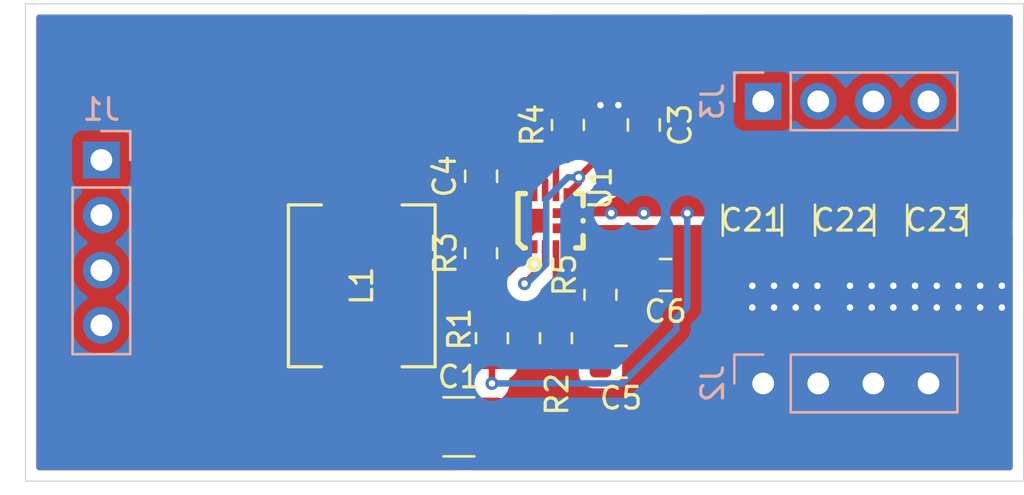
<source format=kicad_pcb>
(kicad_pcb (version 20240108) (generator "pcbnew") (generator_version "8.0")
  (layers (0 "F.Cu" signal) (31 "B.Cu" signal) (34 "B.Paste" user) (35 "F.Paste" user) (36 "B.SilkS" user "B.Silkscreen") (37 "F.SilkS" user "F.Silkscreen") (38 "B.Mask" user) (39 "F.Mask" user) (44 "Edge.Cuts" user))
  (net 0 "")
  (net 1 "VIN")
  (net 2 "Vout")
  (net 3 "Net-(U1-EN)")
  (net 4 "Net-(U1-BOOT)")
  (net 5 "Net-(U1-SW)")
  (net 6 "Net-(C5-Pad2)")
  (net 7 "Net-(U1-COMP)")
  (net 8 "Net-(U1-FB)")
  (net 9 "Net-(U1-FSW)")
  (net 10 "Net-(U1-ILIM)")
  (net 11 "GND")
  (footprint "Capacitor_SMD:C_0805_2012Metric" (layer "F.Cu") (at 70.45 40 180)
    (property "Reference" "C5" (at 0 -1.68 0) (layer "F.SilkS"))
    (property "Value" "4.7nF")
    (fp_line (start -0.261252 0.735) (end 0.261252 0.735) (stroke (width 0.12)) (layer "F.SilkS"))
    (fp_line (start -0.261252 -0.735) (end 0.261252 -0.735) (stroke (width 0.12)) (layer "F.SilkS"))
    (pad "1" smd roundrect (at -0.95 0 180) (size 1 1.45) (layers "F.Cu" "F.Paste" "F.Mask") (net 11 "GND"))
    (pad "2" smd roundrect (at 0.95 0 180) (size 1 1.45) (layers "F.Cu" "F.Paste" "F.Mask") (net 6 "Net-(C5-Pad2)"))
  )
  (footprint "Resistor_SMD:R_0805_2012Metric" (layer "F.Cu") (at 67.45 38.9125 90)
    (property "Reference" "R2" (at -2.5875 0.05 90) (layer "F.SilkS"))
    (property "Value" "100k")
    (fp_line (start -0.227064 -0.735) (end 0.227064 -0.735) (stroke (width 0.12)) (layer "F.SilkS"))
    (fp_line (start -0.227064 0.735) (end 0.227064 0.735) (stroke (width 0.12)) (layer "F.SilkS"))
    (pad "1" smd roundrect (at -0.9125 0 90) (size 1.025 1.4) (layers "F.Cu" "F.Paste" "F.Mask") (roundrect_rratio 0.243902) (net 11 "GND"))
    (pad "2" smd roundrect (at 0.9125 0 90) (size 1.025 1.4) (layers "F.Cu" "F.Paste" "F.Mask") (roundrect_rratio 0.243902) (net 8 "Net-(U1-FB)"))
  )
  (footprint "Capacitor_SMD:C_1210_3225Metric" (layer "F.Cu") (at 62.975 43)
    (property "Reference" "C1" (at 0 -2.3 0) (layer "F.SilkS"))
    (property "Value" "22uF")
    (fp_line (start -0.711252 -1.36) (end 0.711252 -1.36) (stroke (width 0.12)) (layer "F.SilkS"))
    (fp_line (start -0.711252 1.36) (end 0.711252 1.36) (stroke (width 0.12)) (layer "F.SilkS"))
    (pad "1" smd roundrect (at -1.475 0) (size 1.15 2.7) (layers "F.Cu" "F.Paste" "F.Mask") (roundrect_rratio 0.217391) (net 1 "VIN"))
    (pad "2" smd roundrect (at 1.475 0) (size 1.15 2.7) (layers "F.Cu" "F.Paste" "F.Mask") (roundrect_rratio 0.217391) (net 11 "GND"))
  )
  (footprint "Capacitor_SMD:C_1210_3225Metric" (layer "F.Cu") (at 85 33.475 90)
    (property "Reference" "C23" (at 0 0 180) (layer "F.SilkS"))
    (property "Value" "22uF")
    (fp_line (start -0.711252 -1.36) (end 0.711252 -1.36) (stroke (width 0.12)) (layer "F.SilkS"))
    (fp_line (start -0.711252 1.36) (end 0.711252 1.36) (stroke (width 0.12)) (layer "F.SilkS"))
    (pad "1" smd roundrect (at -1.475 0 90) (size 1.15 2.7) (layers "F.Cu" "F.Paste" "F.Mask") (roundrect_rratio 0.217391) (net 11 "GND"))
    (pad "2" smd roundrect (at 1.475 0 90) (size 1.15 2.7) (layers "F.Cu" "F.Paste" "F.Mask") (roundrect_rratio 0.217391) (net 2 "Vout"))
  )
  (footprint "Capacitor_SMD:C_0805_2012Metric" (layer "F.Cu") (at 72.5 36 180)
    (property "Reference" "C6" (at 0 -1.68 0) (layer "F.SilkS"))
    (property "Value" "7.5pF")
    (fp_line (start -0.261252 0.735) (end 0.261252 0.735) (stroke (width 0.12)) (layer "F.SilkS"))
    (fp_line (start -0.261252 -0.735) (end 0.261252 -0.735) (stroke (width 0.12)) (layer "F.SilkS"))
    (pad "1" smd roundrect (at -0.95 0 180) (size 1 1.45) (layers "F.Cu" "F.Paste" "F.Mask") (net 11 "GND"))
    (pad "2" smd roundrect (at 0.95 0 180) (size 1 1.45) (layers "F.Cu" "F.Paste" "F.Mask") (net 7 "Net-(U1-COMP)"))
  )
  (footprint "Capacitor_SMD:C_0805_2012Metric" (layer "F.Cu") (at 64 31.45 90)
    (property "Reference" "C4" (at 0 -1.68 90) (layer "F.SilkS"))
    (property "Value" "0.1uF")
    (fp_line (start -0.261252 -0.735) (end 0.261252 -0.735) (stroke (width 0.12)) (layer "F.SilkS"))
    (fp_line (start -0.261252 0.735) (end 0.261252 0.735) (stroke (width 0.12)) (layer "F.SilkS"))
    (pad "1" smd roundrect (at -0.95 0 90) (size 1 1.45) (layers "F.Cu" "F.Paste" "F.Mask") (net 5 "Net-(U1-SW)"))
    (pad "2" smd roundrect (at 0.95 0 90) (size 1 1.45) (layers "F.Cu" "F.Paste" "F.Mask") (net 4 "Net-(U1-BOOT)"))
  )
  (footprint "Capacitor_SMD:C_0805_2012Metric" (layer "F.Cu") (at 71.5 29.0875 -90)
    (property "Reference" "C3" (at 0 -1.68 90) (layer "F.SilkS"))
    (property "Value" "2.2uF")
    (fp_line (start -0.261252 0.735) (end 0.261252 0.735) (stroke (width 0.12)) (layer "F.SilkS"))
    (fp_line (start -0.261252 -0.735) (end 0.261252 -0.735) (stroke (width 0.12)) (layer "F.SilkS"))
    (pad "1" smd roundrect (at -0.95 0 270) (size 1 1.45) (layers "F.Cu" "F.Paste" "F.Mask") (net 11 "GND"))
    (pad "2" smd roundrect (at 0.95 0 270) (size 1 1.45) (layers "F.Cu" "F.Paste" "F.Mask") (net 3 "Net-(U1-EN)"))
  )
  (footprint "Capacitor_SMD:C_1210_3225Metric" (layer "F.Cu") (at 76.5 33.475 90)
    (property "Reference" "C21" (at 0 0 180) (layer "F.SilkS"))
    (property "Value" "22uF")
    (fp_line (start -0.711252 -1.36) (end 0.711252 -1.36) (stroke (width 0.12)) (layer "F.SilkS"))
    (fp_line (start -0.711252 1.36) (end 0.711252 1.36) (stroke (width 0.12)) (layer "F.SilkS"))
    (pad "1" smd roundrect (at -1.475 0 90) (size 1.15 2.7) (layers "F.Cu" "F.Paste" "F.Mask") (roundrect_rratio 0.217391) (net 11 "GND"))
    (pad "2" smd roundrect (at 1.475 0 90) (size 1.15 2.7) (layers "F.Cu" "F.Paste" "F.Mask") (roundrect_rratio 0.217391) (net 2 "Vout"))
  )
  (footprint "Resistor_SMD:R_0805_2012Metric" (layer "F.Cu") (at 64 35 90)
    (property "Reference" "R3" (at 0 -1.65 90) (layer "F.SilkS"))
    (property "Value" "301k")
    (fp_line (start -0.227064 -0.735) (end 0.227064 -0.735) (stroke (width 0.12)) (layer "F.SilkS"))
    (fp_line (start -0.227064 0.735) (end 0.227064 0.735) (stroke (width 0.12)) (layer "F.SilkS"))
    (pad "1" smd roundrect (at -0.9125 0 90) (size 1.025 1.4) (layers "F.Cu" "F.Paste" "F.Mask") (roundrect_rratio 0.243902) (net 9 "Net-(U1-FSW)"))
    (pad "2" smd roundrect (at 0.9125 0 90) (size 1.025 1.4) (layers "F.Cu" "F.Paste" "F.Mask") (roundrect_rratio 0.243902) (net 5 "Net-(U1-SW)"))
  )
  (footprint "easyeda2kicad:IND-SMD_L7.3-W6.6" (layer "F.Cu") (at 58.5 36.5 -90)
    (property "Reference" "L1" (at 0 0 90) (layer "F.SilkS"))
    (property "Value" "2.2uH 10A")
    (fp_line (start -3.73 3.38) (end 3.73 3.38) (stroke (width 0.15)) (layer "F.SilkS"))
    (fp_line (start 3.73 3.38) (end 3.73 1.86) (stroke (width 0.15)) (layer "F.SilkS"))
    (fp_line (start -3.73 1.86) (end -3.73 3.38) (stroke (width 0.15)) (layer "F.SilkS"))
    (fp_line (start -3.73 -1.86) (end -3.73 -3.38) (stroke (width 0.15)) (layer "F.SilkS"))
    (fp_line (start -3.73 -3.38) (end 3.73 -3.38) (stroke (width 0.15)) (layer "F.SilkS"))
    (fp_line (start 3.73 -3.38) (end 3.73 -1.86) (stroke (width 0.15)) (layer "F.SilkS"))
    (pad "1" smd rect (at 3.28 0 270) (size 2.42 3.42) (layers "F.Cu" "F.Paste" "F.Mask") (net 1 "VIN"))
    (pad "2" smd rect (at -3.28 0 270) (size 2.42 3.42) (layers "F.Cu" "F.Paste" "F.Mask") (net 5 "Net-(U1-SW)"))
  )
  (footprint "Capacitor_SMD:C_1210_3225Metric" (layer "F.Cu") (at 80.75 33.475 90)
    (property "Reference" "C22" (at 0 0 180) (layer "F.SilkS"))
    (property "Value" "22uF")
    (fp_line (start -0.711252 -1.36) (end 0.711252 -1.36) (stroke (width 0.12)) (layer "F.SilkS"))
    (fp_line (start -0.711252 1.36) (end 0.711252 1.36) (stroke (width 0.12)) (layer "F.SilkS"))
    (pad "1" smd roundrect (at -1.475 0 90) (size 1.15 2.7) (layers "F.Cu" "F.Paste" "F.Mask") (roundrect_rratio 0.217391) (net 11 "GND"))
    (pad "2" smd roundrect (at 1.475 0 90) (size 1.15 2.7) (layers "F.Cu" "F.Paste" "F.Mask") (roundrect_rratio 0.217391) (net 2 "Vout"))
  )
  (footprint "Resistor_SMD:R_0805_2012Metric" (layer "F.Cu") (at 68 29.0875 90)
    (property "Reference" "R4" (at 0 -1.65 90) (layer "F.SilkS"))
    (property "Value" "127k")
    (fp_line (start -0.227064 -0.735) (end 0.227064 -0.735) (stroke (width 0.12)) (layer "F.SilkS"))
    (fp_line (start -0.227064 0.735) (end 0.227064 0.735) (stroke (width 0.12)) (layer "F.SilkS"))
    (pad "1" smd roundrect (at -0.9125 0 90) (size 1.025 1.4) (layers "F.Cu" "F.Paste" "F.Mask") (roundrect_rratio 0.243902) (net 10 "Net-(U1-ILIM)"))
    (pad "2" smd roundrect (at 0.9125 0 90) (size 1.025 1.4) (layers "F.Cu" "F.Paste" "F.Mask") (roundrect_rratio 0.243902) (net 11 "GND"))
  )
  (footprint "Resistor_SMD:R_0805_2012Metric" (layer "F.Cu") (at 69.5 36.9125 90)
    (property "Reference" "R5" (at 0.9125 -1.65 90) (layer "F.SilkS"))
    (property "Value" "63.8k")
    (fp_line (start -0.227064 -0.735) (end 0.227064 -0.735) (stroke (width 0.12)) (layer "F.SilkS"))
    (fp_line (start -0.227064 0.735) (end 0.227064 0.735) (stroke (width 0.12)) (layer "F.SilkS"))
    (pad "1" smd roundrect (at -0.9125 0 90) (size 1.025 1.4) (layers "F.Cu" "F.Paste" "F.Mask") (roundrect_rratio 0.243902) (net 6 "Net-(C5-Pad2)"))
    (pad "2" smd roundrect (at 0.9125 0 90) (size 1.025 1.4) (layers "F.Cu" "F.Paste" "F.Mask") (roundrect_rratio 0.243902) (net 7 "Net-(U1-COMP)"))
  )
  (footprint "Resistor_SMD:R_0805_2012Metric" (layer "F.Cu") (at 64.5 38.9125 -90)
    (property "Reference" "R1" (at -0.4125 1.5 90) (layer "F.SilkS"))
    (property "Value" "720k")
    (fp_line (start -0.227064 0.735) (end 0.227064 0.735) (stroke (width 0.12)) (layer "F.SilkS"))
    (fp_line (start -0.227064 -0.735) (end 0.227064 -0.735) (stroke (width 0.12)) (layer "F.SilkS"))
    (pad "1" smd roundrect (at -0.9125 0 270) (size 1.025 1.4) (layers "F.Cu" "F.Paste" "F.Mask") (roundrect_rratio 0.243902) (net 8 "Net-(U1-FB)"))
    (pad "2" smd roundrect (at 0.9125 0 270) (size 1.025 1.4) (layers "F.Cu" "F.Paste" "F.Mask") (roundrect_rratio 0.243902) (net 2 "Vout"))
  )
  (footprint "easyeda2kicad:VQFN-HR_L2.5-W2.0-P0.50-TL-EP" (layer "F.Cu") (at 67.2 33.5 90)
    (property "Reference" "U1" (at 1.5 2.3 90) (layer "F.SilkS"))
    (property "Value" "TPS61089RNRR")
    (fp_line (start 1.25 -1.5) (end -1 -1.5) (stroke (width 0.25)) (layer "F.SilkS"))
    (fp_line (start -1.25 -1.25) (end -1 -1.5) (stroke (width 0.25)) (layer "F.SilkS"))
    (fp_line (start -1.25 -1.25) (end -1.25 -1.16) (stroke (width 0.25)) (layer "F.SilkS"))
    (fp_line (start 1.25 -1.16) (end 1.25 -1.5) (stroke (width 0.25)) (layer "F.SilkS"))
    (fp_line (start -1.25 1.16) (end -1.25 1.5) (stroke (width 0.25)) (layer "F.SilkS"))
    (fp_line (start 1.25 1.5) (end 1.25 1.16) (stroke (width 0.25)) (layer "F.SilkS"))
    (fp_line (start 0.69 1.5) (end 1.25 1.5) (stroke (width 0.25)) (layer "F.SilkS"))
    (fp_line (start -0.01 1.5) (end 0.01 1.5) (stroke (width 0.25)) (layer "F.SilkS"))
    (fp_line (start -1.25 1.5) (end -0.69 1.5) (stroke (width 0.25)) (layer "F.SilkS"))
    (fp_circle (center -2 -0.75) (end -1.88 -0.75) (stroke (width 0.25)) (fill none) (layer "F.SilkS"))
    (pad "1" smd rect (at -1.2 -0.75 180) (size 0.3 0.6) (layers "F.Cu" "F.Paste" "F.Mask") (net 9 "Net-(U1-FSW)"))
    (pad "2" smd rect (at -1.2 -0.25 180) (size 0.3 0.6) (layers "F.Cu" "F.Paste" "F.Mask") (net 3 "Net-(U1-EN)"))
    (pad "3" smd rect (at -1.2 0.25 180) (size 0.3 0.6) (layers "F.Cu" "F.Paste" "F.Mask") (net 8 "Net-(U1-FB)"))
    (pad "4" smd rect (at -1.2 0.75 180) (size 0.3 0.6) (layers "F.Cu" "F.Paste" "F.Mask") (net 7 "Net-(U1-COMP)"))
    (pad "5" smd rect (at -0.35 0.7 270) (size 0.45 1.2) (layers "F.Cu" "F.Paste" "F.Mask") (net 11 "GND"))
    (pad "6" smd rect (at 0.35 0.7 270) (size 0.45 1.2) (layers "F.Cu" "F.Paste" "F.Mask") (net 2 "Vout"))
    (pad "7" smd rect (at 1.2 0.75 180) (size 0.3 0.6) (layers "F.Cu" "F.Paste" "F.Mask") (net 3 "Net-(U1-EN)"))
    (pad "8" smd rect (at 1.2 0.25 180) (size 0.3 0.6) (layers "F.Cu" "F.Paste" "F.Mask") (net 10 "Net-(U1-ILIM)"))
    (pad "9" smd rect (at 1.2 -0.25 180) (size 0.3 0.6) (layers "F.Cu" "F.Paste" "F.Mask") (net 1 "VIN"))
    (pad "10" smd rect (at 1.2 -0.75 180) (size 0.3 0.6) (layers "F.Cu" "F.Paste" "F.Mask") (net 4 "Net-(U1-BOOT)"))
    (pad "11" smd rect (at 0 -0.7 270) (size 1.1 1.1) (layers "F.Cu" "F.Paste" "F.Mask") (net 5 "Net-(U1-SW)"))
  )
  (footprint "Connector_PinHeader_2.54mm:PinHeader_1x04_P2.54mm_Vertical" (layer "B.Cu") (at 46.5 30.7 180)
    (property "Reference" "J1" (at 0 2.33 0) (layer "B.SilkS") (effects (justify mirror)))
    (property "Value" "Conn_01x04")
    (fp_line (start 1.33 -1.27) (end -1.33 -1.27) (stroke (width 0.12)) (layer "B.SilkS"))
    (fp_line (start 1.33 -8.95) (end 1.33 -1.27) (stroke (width 0.12)) (layer "B.SilkS"))
    (fp_line (start 1.33 -8.95) (end -1.33 -8.95) (stroke (width 0.12)) (layer "B.SilkS"))
    (fp_line (start 0 1.33) (end -1.33 1.33) (stroke (width 0.12)) (layer "B.SilkS"))
    (fp_line (start -1.33 1.33) (end -1.33 0) (stroke (width 0.12)) (layer "B.SilkS"))
    (fp_line (start -1.33 -8.95) (end -1.33 -1.27) (stroke (width 0.12)) (layer "B.SilkS"))
    (pad "1" thru_hole rect (at 0 0 180) (size 1.7 1.7) (drill 1) (layers "*.Cu" "*.Mask") (net 1 "VIN"))
    (pad "2" thru_hole oval (at 0 -2.54 180) (size 1.7 1.7) (drill 1) (layers "*.Cu" "*.Mask") (net 1 "VIN"))
    (pad "3" thru_hole oval (at 0 -5.08 180) (size 1.7 1.7) (drill 1) (layers "*.Cu" "*.Mask") (net 1 "VIN"))
    (pad "4" thru_hole oval (at 0 -7.62 180) (size 1.7 1.7) (drill 1) (layers "*.Cu" "*.Mask") (net 1 "VIN"))
  )
  (footprint "Connector_PinHeader_2.54mm:PinHeader_1x04_P2.54mm_Vertical" (layer "B.Cu") (at 77 28 -90)
    (property "Reference" "J3" (at 0 2.33 90) (layer "B.SilkS") (effects (justify mirror)))
    (property "Value" "Conn_01x04")
    (fp_line (start -1.33 1.33) (end -1.33 0) (stroke (width 0.12)) (layer "B.SilkS"))
    (fp_line (start 0 1.33) (end -1.33 1.33) (stroke (width 0.12)) (layer "B.SilkS"))
    (fp_line (start 1.33 -1.27) (end -1.33 -1.27) (stroke (width 0.12)) (layer "B.SilkS"))
    (fp_line (start -1.33 -8.95) (end -1.33 -1.27) (stroke (width 0.12)) (layer "B.SilkS"))
    (fp_line (start 1.33 -8.95) (end 1.33 -1.27) (stroke (width 0.12)) (layer "B.SilkS"))
    (fp_line (start 1.33 -8.95) (end -1.33 -8.95) (stroke (width 0.12)) (layer "B.SilkS"))
    (pad "1" thru_hole rect (at 0 0 270) (size 1.7 1.7) (drill 1) (layers "*.Cu" "*.Mask") (net 2 "Vout"))
    (pad "2" thru_hole oval (at 0 -2.54 270) (size 1.7 1.7) (drill 1) (layers "*.Cu" "*.Mask") (net 2 "Vout"))
    (pad "3" thru_hole oval (at 0 -5.08 270) (size 1.7 1.7) (drill 1) (layers "*.Cu" "*.Mask") (net 2 "Vout"))
    (pad "4" thru_hole oval (at 0 -7.62 270) (size 1.7 1.7) (drill 1) (layers "*.Cu" "*.Mask") (net 2 "Vout"))
  )
  (footprint "Connector_PinHeader_2.54mm:PinHeader_1x04_P2.54mm_Vertical" (layer "B.Cu") (at 77 41 -90)
    (property "Reference" "J2" (at 0 2.33 90) (layer "B.SilkS") (effects (justify mirror)))
    (property "Value" "Conn_01x04")
    (fp_line (start -1.33 1.33) (end -1.33 0) (stroke (width 0.12)) (layer "B.SilkS"))
    (fp_line (start 0 1.33) (end -1.33 1.33) (stroke (width 0.12)) (layer "B.SilkS"))
    (fp_line (start 1.33 -1.27) (end -1.33 -1.27) (stroke (width 0.12)) (layer "B.SilkS"))
    (fp_line (start -1.33 -8.95) (end -1.33 -1.27) (stroke (width 0.12)) (layer "B.SilkS"))
    (fp_line (start 1.33 -8.95) (end 1.33 -1.27) (stroke (width 0.12)) (layer "B.SilkS"))
    (fp_line (start 1.33 -8.95) (end -1.33 -8.95) (stroke (width 0.12)) (layer "B.SilkS"))
    (pad "1" thru_hole rect (at 0 0 270) (size 1.7 1.7) (drill 1) (layers "*.Cu" "*.Mask") (net 11 "GND"))
    (pad "2" thru_hole oval (at 0 -2.54 270) (size 1.7 1.7) (drill 1) (layers "*.Cu" "*.Mask") (net 11 "GND"))
    (pad "3" thru_hole oval (at 0 -5.08 270) (size 1.7 1.7) (drill 1) (layers "*.Cu" "*.Mask") (net 11 "GND"))
    (pad "4" thru_hole oval (at 0 -7.62 270) (size 1.7 1.7) (drill 1) (layers "*.Cu" "*.Mask") (net 11 "GND"))
  )
  (gr_rect (start 43 23.5) (end 89 45.5) (stroke (width 0.05)) (fill none) (layer "Edge.Cuts"))
  (segment (start 47.5 25.5) (end 48 26) (width 0.3) (layer "F.Cu") (net 1))
  (segment (start 66.95 31.65) (end 64.3 29) (width 0.3) (layer "F.Cu") (net 1))
  (segment (start 64.3 29) (end 55 29) (width 0.3) (layer "F.Cu") (net 1))
  (segment (start 61 42.28) (end 58.5 39.78) (width 0.2) (layer "F.Cu") (net 1))
  (segment (start 58.5 39.78) (end 52.78 39.78) (width 0.3) (layer "F.Cu") (net 1))
  (segment (start 61 42.5) (end 61 42.28) (width 0.2) (layer "F.Cu") (net 1))
  (segment (start 61.5 43) (end 61 42.5) (width 0.2) (layer "F.Cu") (net 1))
  (segment (start 53 31) (end 55 29) (width 0.3) (layer "F.Cu") (net 1))
  (segment (start 51 33) (end 53 31) (width 0.3) (layer "F.Cu") (net 1))
  (segment (start 51 38) (end 51 33) (width 0.3) (layer "F.Cu") (net 1))
  (segment (start 46.5 30.7) (end 46.5 38.32) (width 0.3) (layer "F.Cu") (net 1))
  (segment (start 66.95 32.3) (end 66.95 31.65) (width 0.3) (layer "F.Cu") (net 1))
  (segment (start 53 31) (end 47.5 25.5) (width 0.3) (layer "F.Cu") (net 1))
  (segment (start 52.78 39.78) (end 51 38) (width 0.3) (layer "F.Cu") (net 1))
  (segment (start 46.5 38.32) (end 50.68 38.32) (width 0.3) (layer "F.Cu") (net 1))
  (segment (start 50.68 38.32) (end 51 38) (width 0.3) (layer "F.Cu") (net 1))
  (segment (start 85 28.38) (end 84.62 28) (width 0.3) (layer "F.Cu") (net 2))
  (segment (start 70 33.15) (end 71.5 33.15) (width 0.3) (layer "F.Cu") (net 2))
  (segment (start 67.9 33.15) (end 70 33.15) (width 0.3) (layer "F.Cu") (net 2))
  (segment (start 84.62 28) (end 77 28) (width 0.3) (layer "F.Cu") (net 2))
  (segment (start 73.5 33.15) (end 75.35 33.15) (width 0.3) (layer "F.Cu") (net 2))
  (segment (start 76.5 32) (end 80.75 32) (width 0.3) (layer "F.Cu") (net 2))
  (segment (start 85 32) (end 80.75 32) (width 0.3) (layer "F.Cu") (net 2))
  (segment (start 71.5 33.15) (end 73.5 33.15) (width 0.3) (layer "F.Cu") (net 2))
  (segment (start 85 32) (end 85 28.38) (width 0.3) (layer "F.Cu") (net 2))
  (segment (start 75.35 33.15) (end 76.5 32) (width 0.3) (layer "F.Cu") (net 2))
  (segment (start 64.5 39.825) (end 64.5 41) (width 0.3) (layer "F.Cu") (net 2))
  (via (at 73.5 33.15) (size 0.6) (drill 0.3) (layers "F.Cu" "B.Cu") (net 2))
  (via (at 70 33.15) (size 0.6) (drill 0.3) (layers "F.Cu" "B.Cu") (net 2))
  (via (at 64.5 41) (size 0.6) (drill 0.3) (layers "F.Cu" "B.Cu") (net 2))
  (via (at 71.5 33.15) (size 0.6) (drill 0.3) (layers "F.Cu" "B.Cu") (net 2))
  (segment (start 70.5 41) (end 73 38.5) (width 0.3) (layer "B.Cu") (net 2))
  (segment (start 64.5 41) (end 70.5 41) (width 0.3) (layer "B.Cu") (net 2))
  (segment (start 73 38.5) (end 73 38) (width 0.3) (layer "B.Cu") (net 2))
  (segment (start 73.5 37.5) (end 73.5 33.15) (width 0.3) (layer "B.Cu") (net 2))
  (segment (start 73 38) (end 73.5 37.5) (width 0.3) (layer "B.Cu") (net 2))
  (segment (start 68.5 31.5) (end 68.5 31.75) (width 0.3) (layer "F.Cu") (net 3))
  (segment (start 69.9625 30.0375) (end 68.5 31.5) (width 0.3) (layer "F.Cu") (net 3))
  (segment (start 66.95 35.45) (end 66 36.4) (width 0.3) (layer "F.Cu") (net 3))
  (segment (start 68.5 31.75) (end 67.95 32.3) (width 0.3) (layer "F.Cu") (net 3))
  (segment (start 66.95 35.45) (end 66.95 34.7) (width 0.3) (layer "F.Cu") (net 3))
  (segment (start 71.5 30.0375) (end 69.9625 30.0375) (width 0.3) (layer "F.Cu") (net 3))
  (via (at 68.5 31.5) (size 0.6) (drill 0.3) (layers "F.Cu" "B.Cu") (net 3))
  (via (at 66 36.4) (size 0.6) (drill 0.3) (layers "F.Cu" "B.Cu") (net 3))
  (segment (start 67 35.5) (end 67 32.5) (width 0.3) (layer "B.Cu") (net 3))
  (segment (start 67 35.5) (end 66.1 36.4) (width 0.3) (layer "B.Cu") (net 3))
  (segment (start 68 31.5) (end 68.5 31.5) (width 0.3) (layer "B.Cu") (net 3))
  (segment (start 66.1 36.4) (end 66 36.4) (width 0.3) (layer "B.Cu") (net 3))
  (segment (start 67 32.5) (end 68 31.5) (width 0.3) (layer "B.Cu") (net 3))
  (segment (start 65.8 32.3) (end 66.45 32.3) (width 0.3) (layer "F.Cu") (net 4))
  (segment (start 64 30.5) (end 65.8 32.3) (width 0.3) (layer "F.Cu") (net 4))
  (segment (start 64 32.4) (end 59.32 32.4) (width 0.8) (layer "F.Cu") (net 5))
  (segment (start 59.32 32.4) (end 58.5 33.22) (width 0.3) (layer "F.Cu") (net 5))
  (segment (start 63.9125 34.0875) (end 63.045 33.22) (width 0.8) (layer "F.Cu") (net 5))
  (segment (start 66.5 33.5) (end 65.1 33.5) (width 0.8) (layer "F.Cu") (net 5))
  (segment (start 65.1 33.5) (end 64 32.4) (width 0.8) (layer "F.Cu") (net 5))
  (segment (start 64 34.0875) (end 63.9125 34.0875) (width 0.3) (layer "F.Cu") (net 5))
  (segment (start 64 34.0875) (end 64 32.4) (width 1) (layer "F.Cu") (net 5))
  (segment (start 64 34.0875) (end 65.9125 34.0875) (width 0.8) (layer "F.Cu") (net 5))
  (segment (start 65.9125 34.0875) (end 66.5 33.5) (width 0.8) (layer "F.Cu") (net 5))
  (segment (start 63.045 33.22) (end 58.5 33.22) (width 0.8) (layer "F.Cu") (net 5))
  (segment (start 69.5 37.825) (end 69.5 40) (width 0.3) (layer "F.Cu") (net 6))
  (segment (start 69.25 36) (end 71.55 36) (width 0.3) (layer "F.Cu") (net 7))
  (segment (start 67.95 34.7) (end 69.25 36) (width 0.3) (layer "F.Cu") (net 7))
  (segment (start 67.45 38) (end 67.45 34.7) (width 0.3) (layer "F.Cu") (net 8))
  (segment (start 64.5 38) (end 67.45 38) (width 0.3) (layer "F.Cu") (net 8))
  (segment (start 65.2375 35.9125) (end 66.45 34.7) (width 0.3) (layer "F.Cu") (net 9))
  (segment (start 64 35.9125) (end 65.2375 35.9125) (width 0.3) (layer "F.Cu") (net 9))
  (segment (start 67.45 30.55) (end 68 30) (width 0.3) (layer "F.Cu") (net 10))
  (segment (start 67.45 32.3) (end 67.45 30.55) (width 0.3) (layer "F.Cu") (net 10))
  (segment (start 85 34.95) (end 76.5 34.95) (width 0.3) (layer "F.Cu") (net 11))
  (segment (start 76.5 34.95) (end 75.4 33.85) (width 0.3) (layer "F.Cu") (net 11))
  (segment (start 78.5 37.5) (end 77.5 37.5) (width 0.3) (layer "F.Cu") (net 11))
  (segment (start 74 43) (end 74 40.5) (width 0.3) (layer "F.Cu") (net 11))
  (segment (start 67.45 39.825) (end 67.45 40) (width 0.3) (layer "F.Cu") (net 11))
  (segment (start 76.5 34.95) (end 76.5 36.5) (width 0.3) (layer "F.Cu") (net 11))
  (segment (start 78.5 36.5) (end 79.5 36.5) (width 0.3) (layer "F.Cu") (net 11))
  (segment (start 86 37.5) (end 79.5 37.5) (width 0.3) (layer "F.Cu") (net 11))
  (segment (start 73.45 36) (end 74 36.55) (width 0.3) (layer "F.Cu") (net 11))
  (segment (start 69.5 28.175) (end 70.325 28.175) (width 0.3) (layer "F.Cu") (net 11))
  (segment (start 68 28.175) (end 69.5 28.175) (width 0.3) (layer "F.Cu") (net 11))
  (segment (start 70.325 28.175) (end 71.375 28.175) (width 0.3) (layer "F.Cu") (net 11))
  (segment (start 76.5 37.5) (end 77 37.5) (width 0.3) (layer "F.Cu") (net 11))
  (segment (start 74 37.080761) (end 76.130761 34.95) (width 0.3) (layer "F.Cu") (net 11))
  (segment (start 84.62 41) (end 74.5 41) (width 0.3) (layer "F.Cu") (net 11))
  (segment (start 64.45 43) (end 74 43) (width 0.3) (layer "F.Cu") (net 11))
  (segment (start 77.5 36.5) (end 78.5 36.5) (width 0.3) (layer "F.Cu") (net 11))
  (segment (start 86 36.5) (end 86 37.5) (width 0.3) (layer "F.Cu") (net 11))
  (segment (start 74 40.5) (end 74 40) (width 0.3) (layer "F.Cu") (net 11))
  (segment (start 71.375 28.175) (end 71.5 28.05) (width 0.3) (layer "F.Cu") (net 11))
  (segment (start 74 40) (end 74 37.080761) (width 0.3) (layer "F.Cu") (net 11))
  (segment (start 76.5 36.5) (end 77.5 36.5) (width 0.3) (layer "F.Cu") (net 11))
  (segment (start 75.4 33.85) (end 67.9 33.85) (width 0.3) (layer "F.Cu") (net 11))
  (segment (start 79.5 36.5) (end 86 36.5) (width 0.3) (layer "F.Cu") (net 11))
  (segment (start 74.5 41) (end 74 40.5) (width 0.3) (layer "F.Cu") (net 11))
  (segment (start 77.5 37.5) (end 76.5 37.5) (width 0.3) (layer "F.Cu") (net 11))
  (segment (start 67.45 40) (end 64.45 43) (width 0.3) (layer "F.Cu") (net 11))
  (segment (start 74 36.55) (end 74 37.080761) (width 0.3) (layer "F.Cu") (net 11))
  (segment (start 69.5 28.175) (end 69.825 28.175) (width 0.3) (layer "F.Cu") (net 11))
  (segment (start 71.4 40) (end 74 40) (width 0.3) (layer "F.Cu") (net 11))
  (segment (start 76.130761 34.95) (end 76.5 34.95) (width 0.3) (layer "F.Cu") (net 11))
  (segment (start 79.5 37.5) (end 78.5 37.5) (width 0.3) (layer "F.Cu") (net 11))
  (via (at 82 36.5) (size 0.6) (drill 0.3) (layers "F.Cu" "B.Cu") (net 11))
  (via (at 78.5 37.5) (size 0.6) (drill 0.3) (layers "F.Cu" "B.Cu") (net 11))
  (via (at 79.5 36.5) (size 0.6) (drill 0.3) (layers "F.Cu" "B.Cu") (net 11))
  (via (at 87 36.5) (size 0.6) (drill 0.3) (layers "F.Cu" "B.Cu") (net 11))
  (via (at 88 36.5) (size 0.6) (drill 0.3) (layers "F.Cu" "B.Cu") (net 11))
  (via (at 87 37.5) (size 0.6) (drill 0.3) (layers "F.Cu" "B.Cu") (net 11))
  (via (at 76.5 37.5) (size 0.6) (drill 0.3) (layers "F.Cu" "B.Cu") (net 11))
  (via (at 84 36.5) (size 0.6) (drill 0.3) (layers "F.Cu" "B.Cu") (net 11))
  (via (at 82 37.5) (size 0.6) (drill 0.3) (layers "F.Cu" "B.Cu") (net 11))
  (via (at 77.5 37.5) (size 0.6) (drill 0.3) (layers "F.Cu" "B.Cu") (net 11))
  (via (at 83 36.5) (size 0.6) (drill 0.3) (layers "F.Cu" "B.Cu") (net 11))
  (via (at 70.325 28.175) (size 0.6) (drill 0.3) (layers "F.Cu" "B.Cu") (net 11))
  (via (at 88 37.5) (size 0.6) (drill 0.3) (layers "F.Cu" "B.Cu") (net 11))
  (via (at 84 37.5) (size 0.6) (drill 0.3) (layers "F.Cu" "B.Cu") (net 11))
  (via (at 86 37.5) (size 0.6) (drill 0.3) (layers "F.Cu" "B.Cu") (net 11))
  (via (at 76.5 36.5) (size 0.6) (drill 0.3) (layers "F.Cu" "B.Cu") (net 11))
  (via (at 85 36.5) (size 0.6) (drill 0.3) (layers "F.Cu" "B.Cu") (net 11))
  (via (at 69.5 28.175) (size 0.6) (drill 0.3) (layers "F.Cu" "B.Cu") (net 11))
  (via (at 81 37.5) (size 0.6) (drill 0.3) (layers "F.Cu" "B.Cu") (net 11))
  (via (at 85 37.5) (size 0.6) (drill 0.3) (layers "F.Cu" "B.Cu") (net 11))
  (via (at 77.5 36.5) (size 0.6) (drill 0.3) (layers "F.Cu" "B.Cu") (net 11))
  (via (at 86 36.5) (size 0.6) (drill 0.3) (layers "F.Cu" "B.Cu") (net 11))
  (via (at 81 36.5) (size 0.6) (drill 0.3) (layers "F.Cu" "B.Cu") (net 11))
  (via (at 79.5 37.5) (size 0.6) (drill 0.3) (layers "F.Cu" "B.Cu") (net 11))
  (via (at 83 37.5) (size 0.6) (drill 0.3) (layers "F.Cu" "B.Cu") (net 11))
  (via (at 78.5 36.5) (size 0.6) (drill 0.3) (layers "F.Cu" "B.Cu") (net 11))
  (zone (net 2) (net_name "Vout") (layer "F.Cu") (priority 1) (connect_pads yes (clearance 0.5)) (min_thickness 0.25) (fill yes (thermal_gap 0.5) (thermal_bridge_width 0.5))
    (polygon (pts (xy 89 33.5) (xy 89 23.5) (xy 74 23.5) (xy 74 30.5) (xy 69 33) (xy 69 33.5)))
  )
  (zone (net 1) (net_name "VIN") (layer "F.Cu") (priority 4) (connect_pads yes (clearance 0.5)) (min_thickness 0.25) (fill yes (thermal_gap 0.5) (thermal_bridge_width 0.5))
    (polygon (pts (xy 63 45.5) (xy 43 45.5) (xy 43 23.5) (xy 66.5 23.5) (xy 67 31.5) (xy 63 38)))
  )
  (zone (net 11) (net_name "GND") (layers "F&B.Cu") (connect_pads yes (clearance 0.5)) (min_thickness 0.25) (fill yes (thermal_gap 0.5) (thermal_bridge_width 0.5))
    (polygon (pts (xy 89 45.5) (xy 89 23.5) (xy 43 23.5) (xy 43 45.5)))
  )
)
</source>
